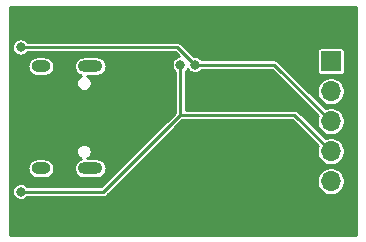
<source format=gbr>
G04 #@! TF.GenerationSoftware,KiCad,Pcbnew,(5.1.6)-1*
G04 #@! TF.CreationDate,2020-11-21T21:50:24+04:00*
G04 #@! TF.ProjectId,CH330N-USB-TO-UART-BOARD,43483333-304e-42d5-9553-422d544f2d55,rev?*
G04 #@! TF.SameCoordinates,Original*
G04 #@! TF.FileFunction,Copper,L2,Bot*
G04 #@! TF.FilePolarity,Positive*
%FSLAX46Y46*%
G04 Gerber Fmt 4.6, Leading zero omitted, Abs format (unit mm)*
G04 Created by KiCad (PCBNEW (5.1.6)-1) date 2020-11-21 21:50:24*
%MOMM*%
%LPD*%
G01*
G04 APERTURE LIST*
G04 #@! TA.AperFunction,ComponentPad*
%ADD10O,2.100000X1.000000*%
G04 #@! TD*
G04 #@! TA.AperFunction,ComponentPad*
%ADD11O,1.600000X1.000000*%
G04 #@! TD*
G04 #@! TA.AperFunction,ComponentPad*
%ADD12O,1.700000X1.700000*%
G04 #@! TD*
G04 #@! TA.AperFunction,ComponentPad*
%ADD13R,1.700000X1.700000*%
G04 #@! TD*
G04 #@! TA.AperFunction,ViaPad*
%ADD14C,0.800000*%
G04 #@! TD*
G04 #@! TA.AperFunction,Conductor*
%ADD15C,0.250000*%
G04 #@! TD*
G04 #@! TA.AperFunction,NonConductor*
%ADD16C,0.254000*%
G04 #@! TD*
G04 APERTURE END LIST*
D10*
G04 #@! TO.P,J1,S1*
G04 #@! TO.N,Net-(J1-PadS1)*
X107130000Y-99020000D03*
X107130000Y-90380000D03*
D11*
X102950000Y-90380000D03*
X102950000Y-99020000D03*
G04 #@! TD*
D12*
G04 #@! TO.P,J2,5*
G04 #@! TO.N,/RTS*
X127500000Y-100120000D03*
G04 #@! TO.P,J2,4*
G04 #@! TO.N,/RX*
X127500000Y-97580000D03*
G04 #@! TO.P,J2,3*
G04 #@! TO.N,/TX*
X127500000Y-95040000D03*
G04 #@! TO.P,J2,2*
G04 #@! TO.N,GND*
X127500000Y-92500000D03*
D13*
G04 #@! TO.P,J2,1*
G04 #@! TO.N,/VBUS*
X127500000Y-89960000D03*
G04 #@! TD*
D14*
G04 #@! TO.N,/RX*
X101250000Y-101000000D03*
X114750000Y-90250000D03*
G04 #@! TO.N,/TX*
X101250000Y-88750000D03*
X116000000Y-90250000D03*
G04 #@! TD*
D15*
G04 #@! TO.N,/RX*
X108250000Y-101000000D02*
X101250000Y-101000000D01*
X114750000Y-90250000D02*
X114750000Y-94500000D01*
X114750000Y-94500000D02*
X108250000Y-101000000D01*
X124420000Y-94500000D02*
X127500000Y-97580000D01*
X114750000Y-94500000D02*
X124420000Y-94500000D01*
G04 #@! TO.N,/TX*
X114500000Y-88750000D02*
X101250000Y-88750000D01*
X116000000Y-90250000D02*
X114500000Y-88750000D01*
X122710000Y-90250000D02*
X127500000Y-95040000D01*
X116000000Y-90250000D02*
X122710000Y-90250000D01*
G04 #@! TD*
D16*
G36*
X129640001Y-104640000D02*
G01*
X100360000Y-104640000D01*
X100360000Y-99020000D01*
X101810960Y-99020000D01*
X101827082Y-99183689D01*
X101874828Y-99341087D01*
X101952364Y-99486146D01*
X102056709Y-99613291D01*
X102183854Y-99717636D01*
X102328913Y-99795172D01*
X102486311Y-99842918D01*
X102608981Y-99855000D01*
X103291019Y-99855000D01*
X103413689Y-99842918D01*
X103571087Y-99795172D01*
X103716146Y-99717636D01*
X103843291Y-99613291D01*
X103947636Y-99486146D01*
X104025172Y-99341087D01*
X104072918Y-99183689D01*
X104089040Y-99020000D01*
X105740960Y-99020000D01*
X105757082Y-99183689D01*
X105804828Y-99341087D01*
X105882364Y-99486146D01*
X105986709Y-99613291D01*
X106113854Y-99717636D01*
X106258913Y-99795172D01*
X106416311Y-99842918D01*
X106538981Y-99855000D01*
X107721019Y-99855000D01*
X107843689Y-99842918D01*
X108001087Y-99795172D01*
X108146146Y-99717636D01*
X108273291Y-99613291D01*
X108377636Y-99486146D01*
X108455172Y-99341087D01*
X108502918Y-99183689D01*
X108519040Y-99020000D01*
X108502918Y-98856311D01*
X108455172Y-98698913D01*
X108377636Y-98553854D01*
X108273291Y-98426709D01*
X108146146Y-98322364D01*
X108001087Y-98244828D01*
X107843689Y-98197082D01*
X107721019Y-98185000D01*
X106888205Y-98185000D01*
X106912627Y-98174884D01*
X107020725Y-98102655D01*
X107112655Y-98010725D01*
X107184884Y-97902627D01*
X107234636Y-97782515D01*
X107260000Y-97655004D01*
X107260000Y-97524996D01*
X107234636Y-97397485D01*
X107184884Y-97277373D01*
X107112655Y-97169275D01*
X107020725Y-97077345D01*
X106912627Y-97005116D01*
X106792515Y-96955364D01*
X106665004Y-96930000D01*
X106534996Y-96930000D01*
X106407485Y-96955364D01*
X106287373Y-97005116D01*
X106179275Y-97077345D01*
X106087345Y-97169275D01*
X106015116Y-97277373D01*
X105965364Y-97397485D01*
X105940000Y-97524996D01*
X105940000Y-97655004D01*
X105965364Y-97782515D01*
X106015116Y-97902627D01*
X106087345Y-98010725D01*
X106179275Y-98102655D01*
X106287373Y-98174884D01*
X106372817Y-98210276D01*
X106258913Y-98244828D01*
X106113854Y-98322364D01*
X105986709Y-98426709D01*
X105882364Y-98553854D01*
X105804828Y-98698913D01*
X105757082Y-98856311D01*
X105740960Y-99020000D01*
X104089040Y-99020000D01*
X104072918Y-98856311D01*
X104025172Y-98698913D01*
X103947636Y-98553854D01*
X103843291Y-98426709D01*
X103716146Y-98322364D01*
X103571087Y-98244828D01*
X103413689Y-98197082D01*
X103291019Y-98185000D01*
X102608981Y-98185000D01*
X102486311Y-98197082D01*
X102328913Y-98244828D01*
X102183854Y-98322364D01*
X102056709Y-98426709D01*
X101952364Y-98553854D01*
X101874828Y-98698913D01*
X101827082Y-98856311D01*
X101810960Y-99020000D01*
X100360000Y-99020000D01*
X100360000Y-90380000D01*
X101810960Y-90380000D01*
X101827082Y-90543689D01*
X101874828Y-90701087D01*
X101952364Y-90846146D01*
X102056709Y-90973291D01*
X102183854Y-91077636D01*
X102328913Y-91155172D01*
X102486311Y-91202918D01*
X102608981Y-91215000D01*
X103291019Y-91215000D01*
X103413689Y-91202918D01*
X103571087Y-91155172D01*
X103716146Y-91077636D01*
X103843291Y-90973291D01*
X103947636Y-90846146D01*
X104025172Y-90701087D01*
X104072918Y-90543689D01*
X104089040Y-90380000D01*
X105740960Y-90380000D01*
X105757082Y-90543689D01*
X105804828Y-90701087D01*
X105882364Y-90846146D01*
X105986709Y-90973291D01*
X106113854Y-91077636D01*
X106258913Y-91155172D01*
X106372817Y-91189724D01*
X106287373Y-91225116D01*
X106179275Y-91297345D01*
X106087345Y-91389275D01*
X106015116Y-91497373D01*
X105965364Y-91617485D01*
X105940000Y-91744996D01*
X105940000Y-91875004D01*
X105965364Y-92002515D01*
X106015116Y-92122627D01*
X106087345Y-92230725D01*
X106179275Y-92322655D01*
X106287373Y-92394884D01*
X106407485Y-92444636D01*
X106534996Y-92470000D01*
X106665004Y-92470000D01*
X106792515Y-92444636D01*
X106912627Y-92394884D01*
X107020725Y-92322655D01*
X107112655Y-92230725D01*
X107184884Y-92122627D01*
X107234636Y-92002515D01*
X107260000Y-91875004D01*
X107260000Y-91744996D01*
X107234636Y-91617485D01*
X107184884Y-91497373D01*
X107112655Y-91389275D01*
X107020725Y-91297345D01*
X106912627Y-91225116D01*
X106888205Y-91215000D01*
X107721019Y-91215000D01*
X107843689Y-91202918D01*
X108001087Y-91155172D01*
X108146146Y-91077636D01*
X108273291Y-90973291D01*
X108377636Y-90846146D01*
X108455172Y-90701087D01*
X108502918Y-90543689D01*
X108519040Y-90380000D01*
X108502918Y-90216311D01*
X108455172Y-90058913D01*
X108377636Y-89913854D01*
X108273291Y-89786709D01*
X108146146Y-89682364D01*
X108001087Y-89604828D01*
X107843689Y-89557082D01*
X107721019Y-89545000D01*
X106538981Y-89545000D01*
X106416311Y-89557082D01*
X106258913Y-89604828D01*
X106113854Y-89682364D01*
X105986709Y-89786709D01*
X105882364Y-89913854D01*
X105804828Y-90058913D01*
X105757082Y-90216311D01*
X105740960Y-90380000D01*
X104089040Y-90380000D01*
X104072918Y-90216311D01*
X104025172Y-90058913D01*
X103947636Y-89913854D01*
X103843291Y-89786709D01*
X103716146Y-89682364D01*
X103571087Y-89604828D01*
X103413689Y-89557082D01*
X103291019Y-89545000D01*
X102608981Y-89545000D01*
X102486311Y-89557082D01*
X102328913Y-89604828D01*
X102183854Y-89682364D01*
X102056709Y-89786709D01*
X101952364Y-89913854D01*
X101874828Y-90058913D01*
X101827082Y-90216311D01*
X101810960Y-90380000D01*
X100360000Y-90380000D01*
X100360000Y-88677609D01*
X100515000Y-88677609D01*
X100515000Y-88822391D01*
X100543246Y-88964391D01*
X100598652Y-89098153D01*
X100679088Y-89218535D01*
X100781465Y-89320912D01*
X100901847Y-89401348D01*
X101035609Y-89456754D01*
X101177609Y-89485000D01*
X101322391Y-89485000D01*
X101464391Y-89456754D01*
X101598153Y-89401348D01*
X101718535Y-89320912D01*
X101820912Y-89218535D01*
X101826615Y-89210000D01*
X114309463Y-89210000D01*
X114624939Y-89525477D01*
X114535609Y-89543246D01*
X114401847Y-89598652D01*
X114281465Y-89679088D01*
X114179088Y-89781465D01*
X114098652Y-89901847D01*
X114043246Y-90035609D01*
X114015000Y-90177609D01*
X114015000Y-90322391D01*
X114043246Y-90464391D01*
X114098652Y-90598153D01*
X114179088Y-90718535D01*
X114281465Y-90820912D01*
X114290000Y-90826615D01*
X114290001Y-94309461D01*
X108059463Y-100540000D01*
X101826615Y-100540000D01*
X101820912Y-100531465D01*
X101718535Y-100429088D01*
X101598153Y-100348652D01*
X101464391Y-100293246D01*
X101322391Y-100265000D01*
X101177609Y-100265000D01*
X101035609Y-100293246D01*
X100901847Y-100348652D01*
X100781465Y-100429088D01*
X100679088Y-100531465D01*
X100598652Y-100651847D01*
X100543246Y-100785609D01*
X100515000Y-100927609D01*
X100515000Y-101072391D01*
X100543246Y-101214391D01*
X100598652Y-101348153D01*
X100679088Y-101468535D01*
X100781465Y-101570912D01*
X100901847Y-101651348D01*
X101035609Y-101706754D01*
X101177609Y-101735000D01*
X101322391Y-101735000D01*
X101464391Y-101706754D01*
X101598153Y-101651348D01*
X101718535Y-101570912D01*
X101820912Y-101468535D01*
X101826615Y-101460000D01*
X108227418Y-101460000D01*
X108250000Y-101462224D01*
X108272582Y-101460000D01*
X108272590Y-101460000D01*
X108340176Y-101453343D01*
X108426886Y-101427040D01*
X108506798Y-101384326D01*
X108576842Y-101326842D01*
X108591245Y-101309292D01*
X109897249Y-100003288D01*
X126315000Y-100003288D01*
X126315000Y-100236712D01*
X126360539Y-100465652D01*
X126449866Y-100681308D01*
X126579550Y-100875394D01*
X126744606Y-101040450D01*
X126938692Y-101170134D01*
X127154348Y-101259461D01*
X127383288Y-101305000D01*
X127616712Y-101305000D01*
X127845652Y-101259461D01*
X128061308Y-101170134D01*
X128255394Y-101040450D01*
X128420450Y-100875394D01*
X128550134Y-100681308D01*
X128639461Y-100465652D01*
X128685000Y-100236712D01*
X128685000Y-100003288D01*
X128639461Y-99774348D01*
X128550134Y-99558692D01*
X128420450Y-99364606D01*
X128255394Y-99199550D01*
X128061308Y-99069866D01*
X127845652Y-98980539D01*
X127616712Y-98935000D01*
X127383288Y-98935000D01*
X127154348Y-98980539D01*
X126938692Y-99069866D01*
X126744606Y-99199550D01*
X126579550Y-99364606D01*
X126449866Y-99558692D01*
X126360539Y-99774348D01*
X126315000Y-100003288D01*
X109897249Y-100003288D01*
X114940538Y-94960000D01*
X124229463Y-94960000D01*
X126402502Y-97133040D01*
X126360539Y-97234348D01*
X126315000Y-97463288D01*
X126315000Y-97696712D01*
X126360539Y-97925652D01*
X126449866Y-98141308D01*
X126579550Y-98335394D01*
X126744606Y-98500450D01*
X126938692Y-98630134D01*
X127154348Y-98719461D01*
X127383288Y-98765000D01*
X127616712Y-98765000D01*
X127845652Y-98719461D01*
X128061308Y-98630134D01*
X128255394Y-98500450D01*
X128420450Y-98335394D01*
X128550134Y-98141308D01*
X128639461Y-97925652D01*
X128685000Y-97696712D01*
X128685000Y-97463288D01*
X128639461Y-97234348D01*
X128550134Y-97018692D01*
X128420450Y-96824606D01*
X128255394Y-96659550D01*
X128061308Y-96529866D01*
X127845652Y-96440539D01*
X127616712Y-96395000D01*
X127383288Y-96395000D01*
X127154348Y-96440539D01*
X127053040Y-96482502D01*
X124761245Y-94190708D01*
X124746842Y-94173158D01*
X124676798Y-94115674D01*
X124596886Y-94072960D01*
X124510176Y-94046657D01*
X124442590Y-94040000D01*
X124442582Y-94040000D01*
X124420000Y-94037776D01*
X124397418Y-94040000D01*
X115210000Y-94040000D01*
X115210000Y-90826615D01*
X115218535Y-90820912D01*
X115320912Y-90718535D01*
X115375000Y-90637586D01*
X115429088Y-90718535D01*
X115531465Y-90820912D01*
X115651847Y-90901348D01*
X115785609Y-90956754D01*
X115927609Y-90985000D01*
X116072391Y-90985000D01*
X116214391Y-90956754D01*
X116348153Y-90901348D01*
X116468535Y-90820912D01*
X116570912Y-90718535D01*
X116576615Y-90710000D01*
X122519463Y-90710000D01*
X126402502Y-94593040D01*
X126360539Y-94694348D01*
X126315000Y-94923288D01*
X126315000Y-95156712D01*
X126360539Y-95385652D01*
X126449866Y-95601308D01*
X126579550Y-95795394D01*
X126744606Y-95960450D01*
X126938692Y-96090134D01*
X127154348Y-96179461D01*
X127383288Y-96225000D01*
X127616712Y-96225000D01*
X127845652Y-96179461D01*
X128061308Y-96090134D01*
X128255394Y-95960450D01*
X128420450Y-95795394D01*
X128550134Y-95601308D01*
X128639461Y-95385652D01*
X128685000Y-95156712D01*
X128685000Y-94923288D01*
X128639461Y-94694348D01*
X128550134Y-94478692D01*
X128420450Y-94284606D01*
X128255394Y-94119550D01*
X128061308Y-93989866D01*
X127845652Y-93900539D01*
X127616712Y-93855000D01*
X127383288Y-93855000D01*
X127154348Y-93900539D01*
X127053040Y-93942502D01*
X125493826Y-92383288D01*
X126315000Y-92383288D01*
X126315000Y-92616712D01*
X126360539Y-92845652D01*
X126449866Y-93061308D01*
X126579550Y-93255394D01*
X126744606Y-93420450D01*
X126938692Y-93550134D01*
X127154348Y-93639461D01*
X127383288Y-93685000D01*
X127616712Y-93685000D01*
X127845652Y-93639461D01*
X128061308Y-93550134D01*
X128255394Y-93420450D01*
X128420450Y-93255394D01*
X128550134Y-93061308D01*
X128639461Y-92845652D01*
X128685000Y-92616712D01*
X128685000Y-92383288D01*
X128639461Y-92154348D01*
X128550134Y-91938692D01*
X128420450Y-91744606D01*
X128255394Y-91579550D01*
X128061308Y-91449866D01*
X127845652Y-91360539D01*
X127616712Y-91315000D01*
X127383288Y-91315000D01*
X127154348Y-91360539D01*
X126938692Y-91449866D01*
X126744606Y-91579550D01*
X126579550Y-91744606D01*
X126449866Y-91938692D01*
X126360539Y-92154348D01*
X126315000Y-92383288D01*
X125493826Y-92383288D01*
X123051245Y-89940708D01*
X123036842Y-89923158D01*
X122966798Y-89865674D01*
X122886886Y-89822960D01*
X122800176Y-89796657D01*
X122732590Y-89790000D01*
X122732582Y-89790000D01*
X122710000Y-89787776D01*
X122687418Y-89790000D01*
X116576615Y-89790000D01*
X116570912Y-89781465D01*
X116468535Y-89679088D01*
X116348153Y-89598652D01*
X116214391Y-89543246D01*
X116072391Y-89515000D01*
X115927609Y-89515000D01*
X115917541Y-89517003D01*
X115510538Y-89110000D01*
X126313380Y-89110000D01*
X126313380Y-90810000D01*
X126319848Y-90875671D01*
X126339004Y-90938819D01*
X126370111Y-90997016D01*
X126411974Y-91048026D01*
X126462984Y-91089889D01*
X126521181Y-91120996D01*
X126584329Y-91140152D01*
X126650000Y-91146620D01*
X128350000Y-91146620D01*
X128415671Y-91140152D01*
X128478819Y-91120996D01*
X128537016Y-91089889D01*
X128588026Y-91048026D01*
X128629889Y-90997016D01*
X128660996Y-90938819D01*
X128680152Y-90875671D01*
X128686620Y-90810000D01*
X128686620Y-89110000D01*
X128680152Y-89044329D01*
X128660996Y-88981181D01*
X128629889Y-88922984D01*
X128588026Y-88871974D01*
X128537016Y-88830111D01*
X128478819Y-88799004D01*
X128415671Y-88779848D01*
X128350000Y-88773380D01*
X126650000Y-88773380D01*
X126584329Y-88779848D01*
X126521181Y-88799004D01*
X126462984Y-88830111D01*
X126411974Y-88871974D01*
X126370111Y-88922984D01*
X126339004Y-88981181D01*
X126319848Y-89044329D01*
X126313380Y-89110000D01*
X115510538Y-89110000D01*
X114841245Y-88440708D01*
X114826842Y-88423158D01*
X114756798Y-88365674D01*
X114676886Y-88322960D01*
X114590176Y-88296657D01*
X114522590Y-88290000D01*
X114522582Y-88290000D01*
X114500000Y-88287776D01*
X114477418Y-88290000D01*
X101826615Y-88290000D01*
X101820912Y-88281465D01*
X101718535Y-88179088D01*
X101598153Y-88098652D01*
X101464391Y-88043246D01*
X101322391Y-88015000D01*
X101177609Y-88015000D01*
X101035609Y-88043246D01*
X100901847Y-88098652D01*
X100781465Y-88179088D01*
X100679088Y-88281465D01*
X100598652Y-88401847D01*
X100543246Y-88535609D01*
X100515000Y-88677609D01*
X100360000Y-88677609D01*
X100360000Y-85360000D01*
X129640000Y-85360000D01*
X129640001Y-104640000D01*
G37*
X129640001Y-104640000D02*
X100360000Y-104640000D01*
X100360000Y-99020000D01*
X101810960Y-99020000D01*
X101827082Y-99183689D01*
X101874828Y-99341087D01*
X101952364Y-99486146D01*
X102056709Y-99613291D01*
X102183854Y-99717636D01*
X102328913Y-99795172D01*
X102486311Y-99842918D01*
X102608981Y-99855000D01*
X103291019Y-99855000D01*
X103413689Y-99842918D01*
X103571087Y-99795172D01*
X103716146Y-99717636D01*
X103843291Y-99613291D01*
X103947636Y-99486146D01*
X104025172Y-99341087D01*
X104072918Y-99183689D01*
X104089040Y-99020000D01*
X105740960Y-99020000D01*
X105757082Y-99183689D01*
X105804828Y-99341087D01*
X105882364Y-99486146D01*
X105986709Y-99613291D01*
X106113854Y-99717636D01*
X106258913Y-99795172D01*
X106416311Y-99842918D01*
X106538981Y-99855000D01*
X107721019Y-99855000D01*
X107843689Y-99842918D01*
X108001087Y-99795172D01*
X108146146Y-99717636D01*
X108273291Y-99613291D01*
X108377636Y-99486146D01*
X108455172Y-99341087D01*
X108502918Y-99183689D01*
X108519040Y-99020000D01*
X108502918Y-98856311D01*
X108455172Y-98698913D01*
X108377636Y-98553854D01*
X108273291Y-98426709D01*
X108146146Y-98322364D01*
X108001087Y-98244828D01*
X107843689Y-98197082D01*
X107721019Y-98185000D01*
X106888205Y-98185000D01*
X106912627Y-98174884D01*
X107020725Y-98102655D01*
X107112655Y-98010725D01*
X107184884Y-97902627D01*
X107234636Y-97782515D01*
X107260000Y-97655004D01*
X107260000Y-97524996D01*
X107234636Y-97397485D01*
X107184884Y-97277373D01*
X107112655Y-97169275D01*
X107020725Y-97077345D01*
X106912627Y-97005116D01*
X106792515Y-96955364D01*
X106665004Y-96930000D01*
X106534996Y-96930000D01*
X106407485Y-96955364D01*
X106287373Y-97005116D01*
X106179275Y-97077345D01*
X106087345Y-97169275D01*
X106015116Y-97277373D01*
X105965364Y-97397485D01*
X105940000Y-97524996D01*
X105940000Y-97655004D01*
X105965364Y-97782515D01*
X106015116Y-97902627D01*
X106087345Y-98010725D01*
X106179275Y-98102655D01*
X106287373Y-98174884D01*
X106372817Y-98210276D01*
X106258913Y-98244828D01*
X106113854Y-98322364D01*
X105986709Y-98426709D01*
X105882364Y-98553854D01*
X105804828Y-98698913D01*
X105757082Y-98856311D01*
X105740960Y-99020000D01*
X104089040Y-99020000D01*
X104072918Y-98856311D01*
X104025172Y-98698913D01*
X103947636Y-98553854D01*
X103843291Y-98426709D01*
X103716146Y-98322364D01*
X103571087Y-98244828D01*
X103413689Y-98197082D01*
X103291019Y-98185000D01*
X102608981Y-98185000D01*
X102486311Y-98197082D01*
X102328913Y-98244828D01*
X102183854Y-98322364D01*
X102056709Y-98426709D01*
X101952364Y-98553854D01*
X101874828Y-98698913D01*
X101827082Y-98856311D01*
X101810960Y-99020000D01*
X100360000Y-99020000D01*
X100360000Y-90380000D01*
X101810960Y-90380000D01*
X101827082Y-90543689D01*
X101874828Y-90701087D01*
X101952364Y-90846146D01*
X102056709Y-90973291D01*
X102183854Y-91077636D01*
X102328913Y-91155172D01*
X102486311Y-91202918D01*
X102608981Y-91215000D01*
X103291019Y-91215000D01*
X103413689Y-91202918D01*
X103571087Y-91155172D01*
X103716146Y-91077636D01*
X103843291Y-90973291D01*
X103947636Y-90846146D01*
X104025172Y-90701087D01*
X104072918Y-90543689D01*
X104089040Y-90380000D01*
X105740960Y-90380000D01*
X105757082Y-90543689D01*
X105804828Y-90701087D01*
X105882364Y-90846146D01*
X105986709Y-90973291D01*
X106113854Y-91077636D01*
X106258913Y-91155172D01*
X106372817Y-91189724D01*
X106287373Y-91225116D01*
X106179275Y-91297345D01*
X106087345Y-91389275D01*
X106015116Y-91497373D01*
X105965364Y-91617485D01*
X105940000Y-91744996D01*
X105940000Y-91875004D01*
X105965364Y-92002515D01*
X106015116Y-92122627D01*
X106087345Y-92230725D01*
X106179275Y-92322655D01*
X106287373Y-92394884D01*
X106407485Y-92444636D01*
X106534996Y-92470000D01*
X106665004Y-92470000D01*
X106792515Y-92444636D01*
X106912627Y-92394884D01*
X107020725Y-92322655D01*
X107112655Y-92230725D01*
X107184884Y-92122627D01*
X107234636Y-92002515D01*
X107260000Y-91875004D01*
X107260000Y-91744996D01*
X107234636Y-91617485D01*
X107184884Y-91497373D01*
X107112655Y-91389275D01*
X107020725Y-91297345D01*
X106912627Y-91225116D01*
X106888205Y-91215000D01*
X107721019Y-91215000D01*
X107843689Y-91202918D01*
X108001087Y-91155172D01*
X108146146Y-91077636D01*
X108273291Y-90973291D01*
X108377636Y-90846146D01*
X108455172Y-90701087D01*
X108502918Y-90543689D01*
X108519040Y-90380000D01*
X108502918Y-90216311D01*
X108455172Y-90058913D01*
X108377636Y-89913854D01*
X108273291Y-89786709D01*
X108146146Y-89682364D01*
X108001087Y-89604828D01*
X107843689Y-89557082D01*
X107721019Y-89545000D01*
X106538981Y-89545000D01*
X106416311Y-89557082D01*
X106258913Y-89604828D01*
X106113854Y-89682364D01*
X105986709Y-89786709D01*
X105882364Y-89913854D01*
X105804828Y-90058913D01*
X105757082Y-90216311D01*
X105740960Y-90380000D01*
X104089040Y-90380000D01*
X104072918Y-90216311D01*
X104025172Y-90058913D01*
X103947636Y-89913854D01*
X103843291Y-89786709D01*
X103716146Y-89682364D01*
X103571087Y-89604828D01*
X103413689Y-89557082D01*
X103291019Y-89545000D01*
X102608981Y-89545000D01*
X102486311Y-89557082D01*
X102328913Y-89604828D01*
X102183854Y-89682364D01*
X102056709Y-89786709D01*
X101952364Y-89913854D01*
X101874828Y-90058913D01*
X101827082Y-90216311D01*
X101810960Y-90380000D01*
X100360000Y-90380000D01*
X100360000Y-88677609D01*
X100515000Y-88677609D01*
X100515000Y-88822391D01*
X100543246Y-88964391D01*
X100598652Y-89098153D01*
X100679088Y-89218535D01*
X100781465Y-89320912D01*
X100901847Y-89401348D01*
X101035609Y-89456754D01*
X101177609Y-89485000D01*
X101322391Y-89485000D01*
X101464391Y-89456754D01*
X101598153Y-89401348D01*
X101718535Y-89320912D01*
X101820912Y-89218535D01*
X101826615Y-89210000D01*
X114309463Y-89210000D01*
X114624939Y-89525477D01*
X114535609Y-89543246D01*
X114401847Y-89598652D01*
X114281465Y-89679088D01*
X114179088Y-89781465D01*
X114098652Y-89901847D01*
X114043246Y-90035609D01*
X114015000Y-90177609D01*
X114015000Y-90322391D01*
X114043246Y-90464391D01*
X114098652Y-90598153D01*
X114179088Y-90718535D01*
X114281465Y-90820912D01*
X114290000Y-90826615D01*
X114290001Y-94309461D01*
X108059463Y-100540000D01*
X101826615Y-100540000D01*
X101820912Y-100531465D01*
X101718535Y-100429088D01*
X101598153Y-100348652D01*
X101464391Y-100293246D01*
X101322391Y-100265000D01*
X101177609Y-100265000D01*
X101035609Y-100293246D01*
X100901847Y-100348652D01*
X100781465Y-100429088D01*
X100679088Y-100531465D01*
X100598652Y-100651847D01*
X100543246Y-100785609D01*
X100515000Y-100927609D01*
X100515000Y-101072391D01*
X100543246Y-101214391D01*
X100598652Y-101348153D01*
X100679088Y-101468535D01*
X100781465Y-101570912D01*
X100901847Y-101651348D01*
X101035609Y-101706754D01*
X101177609Y-101735000D01*
X101322391Y-101735000D01*
X101464391Y-101706754D01*
X101598153Y-101651348D01*
X101718535Y-101570912D01*
X101820912Y-101468535D01*
X101826615Y-101460000D01*
X108227418Y-101460000D01*
X108250000Y-101462224D01*
X108272582Y-101460000D01*
X108272590Y-101460000D01*
X108340176Y-101453343D01*
X108426886Y-101427040D01*
X108506798Y-101384326D01*
X108576842Y-101326842D01*
X108591245Y-101309292D01*
X109897249Y-100003288D01*
X126315000Y-100003288D01*
X126315000Y-100236712D01*
X126360539Y-100465652D01*
X126449866Y-100681308D01*
X126579550Y-100875394D01*
X126744606Y-101040450D01*
X126938692Y-101170134D01*
X127154348Y-101259461D01*
X127383288Y-101305000D01*
X127616712Y-101305000D01*
X127845652Y-101259461D01*
X128061308Y-101170134D01*
X128255394Y-101040450D01*
X128420450Y-100875394D01*
X128550134Y-100681308D01*
X128639461Y-100465652D01*
X128685000Y-100236712D01*
X128685000Y-100003288D01*
X128639461Y-99774348D01*
X128550134Y-99558692D01*
X128420450Y-99364606D01*
X128255394Y-99199550D01*
X128061308Y-99069866D01*
X127845652Y-98980539D01*
X127616712Y-98935000D01*
X127383288Y-98935000D01*
X127154348Y-98980539D01*
X126938692Y-99069866D01*
X126744606Y-99199550D01*
X126579550Y-99364606D01*
X126449866Y-99558692D01*
X126360539Y-99774348D01*
X126315000Y-100003288D01*
X109897249Y-100003288D01*
X114940538Y-94960000D01*
X124229463Y-94960000D01*
X126402502Y-97133040D01*
X126360539Y-97234348D01*
X126315000Y-97463288D01*
X126315000Y-97696712D01*
X126360539Y-97925652D01*
X126449866Y-98141308D01*
X126579550Y-98335394D01*
X126744606Y-98500450D01*
X126938692Y-98630134D01*
X127154348Y-98719461D01*
X127383288Y-98765000D01*
X127616712Y-98765000D01*
X127845652Y-98719461D01*
X128061308Y-98630134D01*
X128255394Y-98500450D01*
X128420450Y-98335394D01*
X128550134Y-98141308D01*
X128639461Y-97925652D01*
X128685000Y-97696712D01*
X128685000Y-97463288D01*
X128639461Y-97234348D01*
X128550134Y-97018692D01*
X128420450Y-96824606D01*
X128255394Y-96659550D01*
X128061308Y-96529866D01*
X127845652Y-96440539D01*
X127616712Y-96395000D01*
X127383288Y-96395000D01*
X127154348Y-96440539D01*
X127053040Y-96482502D01*
X124761245Y-94190708D01*
X124746842Y-94173158D01*
X124676798Y-94115674D01*
X124596886Y-94072960D01*
X124510176Y-94046657D01*
X124442590Y-94040000D01*
X124442582Y-94040000D01*
X124420000Y-94037776D01*
X124397418Y-94040000D01*
X115210000Y-94040000D01*
X115210000Y-90826615D01*
X115218535Y-90820912D01*
X115320912Y-90718535D01*
X115375000Y-90637586D01*
X115429088Y-90718535D01*
X115531465Y-90820912D01*
X115651847Y-90901348D01*
X115785609Y-90956754D01*
X115927609Y-90985000D01*
X116072391Y-90985000D01*
X116214391Y-90956754D01*
X116348153Y-90901348D01*
X116468535Y-90820912D01*
X116570912Y-90718535D01*
X116576615Y-90710000D01*
X122519463Y-90710000D01*
X126402502Y-94593040D01*
X126360539Y-94694348D01*
X126315000Y-94923288D01*
X126315000Y-95156712D01*
X126360539Y-95385652D01*
X126449866Y-95601308D01*
X126579550Y-95795394D01*
X126744606Y-95960450D01*
X126938692Y-96090134D01*
X127154348Y-96179461D01*
X127383288Y-96225000D01*
X127616712Y-96225000D01*
X127845652Y-96179461D01*
X128061308Y-96090134D01*
X128255394Y-95960450D01*
X128420450Y-95795394D01*
X128550134Y-95601308D01*
X128639461Y-95385652D01*
X128685000Y-95156712D01*
X128685000Y-94923288D01*
X128639461Y-94694348D01*
X128550134Y-94478692D01*
X128420450Y-94284606D01*
X128255394Y-94119550D01*
X128061308Y-93989866D01*
X127845652Y-93900539D01*
X127616712Y-93855000D01*
X127383288Y-93855000D01*
X127154348Y-93900539D01*
X127053040Y-93942502D01*
X125493826Y-92383288D01*
X126315000Y-92383288D01*
X126315000Y-92616712D01*
X126360539Y-92845652D01*
X126449866Y-93061308D01*
X126579550Y-93255394D01*
X126744606Y-93420450D01*
X126938692Y-93550134D01*
X127154348Y-93639461D01*
X127383288Y-93685000D01*
X127616712Y-93685000D01*
X127845652Y-93639461D01*
X128061308Y-93550134D01*
X128255394Y-93420450D01*
X128420450Y-93255394D01*
X128550134Y-93061308D01*
X128639461Y-92845652D01*
X128685000Y-92616712D01*
X128685000Y-92383288D01*
X128639461Y-92154348D01*
X128550134Y-91938692D01*
X128420450Y-91744606D01*
X128255394Y-91579550D01*
X128061308Y-91449866D01*
X127845652Y-91360539D01*
X127616712Y-91315000D01*
X127383288Y-91315000D01*
X127154348Y-91360539D01*
X126938692Y-91449866D01*
X126744606Y-91579550D01*
X126579550Y-91744606D01*
X126449866Y-91938692D01*
X126360539Y-92154348D01*
X126315000Y-92383288D01*
X125493826Y-92383288D01*
X123051245Y-89940708D01*
X123036842Y-89923158D01*
X122966798Y-89865674D01*
X122886886Y-89822960D01*
X122800176Y-89796657D01*
X122732590Y-89790000D01*
X122732582Y-89790000D01*
X122710000Y-89787776D01*
X122687418Y-89790000D01*
X116576615Y-89790000D01*
X116570912Y-89781465D01*
X116468535Y-89679088D01*
X116348153Y-89598652D01*
X116214391Y-89543246D01*
X116072391Y-89515000D01*
X115927609Y-89515000D01*
X115917541Y-89517003D01*
X115510538Y-89110000D01*
X126313380Y-89110000D01*
X126313380Y-90810000D01*
X126319848Y-90875671D01*
X126339004Y-90938819D01*
X126370111Y-90997016D01*
X126411974Y-91048026D01*
X126462984Y-91089889D01*
X126521181Y-91120996D01*
X126584329Y-91140152D01*
X126650000Y-91146620D01*
X128350000Y-91146620D01*
X128415671Y-91140152D01*
X128478819Y-91120996D01*
X128537016Y-91089889D01*
X128588026Y-91048026D01*
X128629889Y-90997016D01*
X128660996Y-90938819D01*
X128680152Y-90875671D01*
X128686620Y-90810000D01*
X128686620Y-89110000D01*
X128680152Y-89044329D01*
X128660996Y-88981181D01*
X128629889Y-88922984D01*
X128588026Y-88871974D01*
X128537016Y-88830111D01*
X128478819Y-88799004D01*
X128415671Y-88779848D01*
X128350000Y-88773380D01*
X126650000Y-88773380D01*
X126584329Y-88779848D01*
X126521181Y-88799004D01*
X126462984Y-88830111D01*
X126411974Y-88871974D01*
X126370111Y-88922984D01*
X126339004Y-88981181D01*
X126319848Y-89044329D01*
X126313380Y-89110000D01*
X115510538Y-89110000D01*
X114841245Y-88440708D01*
X114826842Y-88423158D01*
X114756798Y-88365674D01*
X114676886Y-88322960D01*
X114590176Y-88296657D01*
X114522590Y-88290000D01*
X114522582Y-88290000D01*
X114500000Y-88287776D01*
X114477418Y-88290000D01*
X101826615Y-88290000D01*
X101820912Y-88281465D01*
X101718535Y-88179088D01*
X101598153Y-88098652D01*
X101464391Y-88043246D01*
X101322391Y-88015000D01*
X101177609Y-88015000D01*
X101035609Y-88043246D01*
X100901847Y-88098652D01*
X100781465Y-88179088D01*
X100679088Y-88281465D01*
X100598652Y-88401847D01*
X100543246Y-88535609D01*
X100515000Y-88677609D01*
X100360000Y-88677609D01*
X100360000Y-85360000D01*
X129640000Y-85360000D01*
X129640001Y-104640000D01*
M02*

</source>
